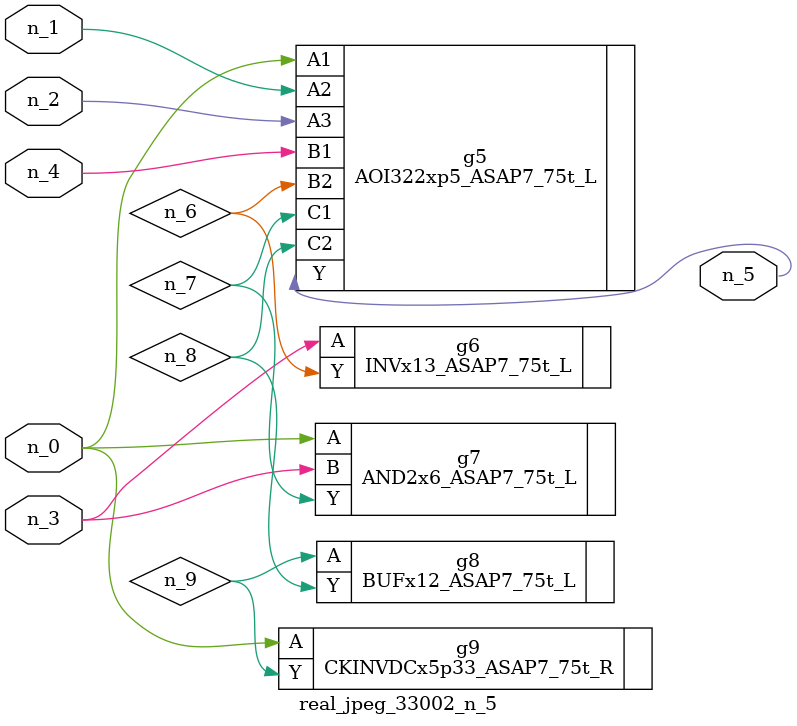
<source format=v>
module real_jpeg_33002_n_5 (n_4, n_0, n_1, n_2, n_3, n_5);

input n_4;
input n_0;
input n_1;
input n_2;
input n_3;

output n_5;

wire n_8;
wire n_6;
wire n_7;
wire n_9;

AOI322xp5_ASAP7_75t_L g5 ( 
.A1(n_0),
.A2(n_1),
.A3(n_2),
.B1(n_4),
.B2(n_6),
.C1(n_7),
.C2(n_8),
.Y(n_5)
);

AND2x6_ASAP7_75t_L g7 ( 
.A(n_0),
.B(n_3),
.Y(n_7)
);

CKINVDCx5p33_ASAP7_75t_R g9 ( 
.A(n_0),
.Y(n_9)
);

INVx13_ASAP7_75t_L g6 ( 
.A(n_3),
.Y(n_6)
);

BUFx12_ASAP7_75t_L g8 ( 
.A(n_9),
.Y(n_8)
);


endmodule
</source>
